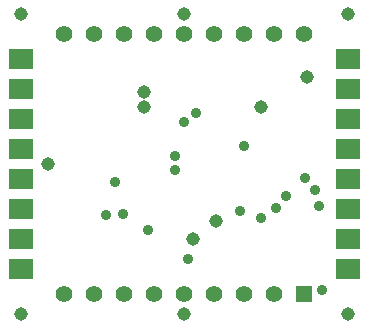
<source format=gbr>
G04 #@! TF.FileFunction,Soldermask,Bot*
%FSLAX46Y46*%
G04 Gerber Fmt 4.6, Leading zero omitted, Abs format (unit mm)*
G04 Created by KiCad (PCBNEW (2015-08-09 BZR 6077)-product) date Sun Aug  9 21:59:22 2015*
%MOMM*%
G01*
G04 APERTURE LIST*
%ADD10C,0.100000*%
%ADD11R,1.400000X1.400000*%
%ADD12C,1.400000*%
%ADD13R,2.032000X1.778000*%
%ADD14C,1.143000*%
%ADD15C,0.889000*%
G04 APERTURE END LIST*
D10*
D11*
X154686000Y-105742000D03*
D12*
X152146000Y-105742000D03*
X149606000Y-105742000D03*
X147066000Y-105742000D03*
X144526000Y-105742000D03*
X141986000Y-105742000D03*
X139446000Y-105742000D03*
X136906000Y-105742000D03*
X134366000Y-105742000D03*
X134366000Y-83742000D03*
X136906000Y-83742000D03*
X139446000Y-83742000D03*
X141986000Y-83742000D03*
X144526000Y-83742000D03*
X147066000Y-83742000D03*
X149606000Y-83742000D03*
X152146000Y-83742000D03*
X154686000Y-83742000D03*
D13*
X130683000Y-85852000D03*
X130683000Y-88392000D03*
X130683000Y-90932000D03*
X130683000Y-93472000D03*
X130683000Y-96012000D03*
X130683000Y-98552000D03*
X130683000Y-101092000D03*
X130683000Y-103632000D03*
X158369000Y-103632000D03*
X158369000Y-101092000D03*
X158369000Y-98552000D03*
X158369000Y-96012000D03*
X158369000Y-93472000D03*
X158369000Y-90932000D03*
X158369000Y-88392000D03*
X158369000Y-85852000D03*
D14*
X151003000Y-89916000D03*
D15*
X151003000Y-99314000D03*
D14*
X145288000Y-101092000D03*
X147193000Y-99568000D03*
X132969000Y-94742000D03*
X158369000Y-107442000D03*
X144526000Y-107442000D03*
X130683000Y-107442000D03*
X130683000Y-82042000D03*
X144526000Y-82042000D03*
X158369000Y-82042000D03*
X141097000Y-88646000D03*
X141097000Y-89916000D03*
X154940000Y-87376000D03*
D15*
X143710052Y-94033948D03*
X149618230Y-93205770D03*
X156210000Y-105409990D03*
X144843520Y-102743000D03*
X141478006Y-100330000D03*
X143764000Y-95249998D03*
X138691052Y-96202480D03*
X137922000Y-99060000D03*
X139319000Y-98933000D03*
X149225000Y-98679000D03*
X152273000Y-98425000D03*
X153162010Y-97409000D03*
X155956000Y-98298000D03*
X155575000Y-96900996D03*
X154715819Y-95855181D03*
X144526000Y-91186000D03*
X145542000Y-90424000D03*
M02*

</source>
